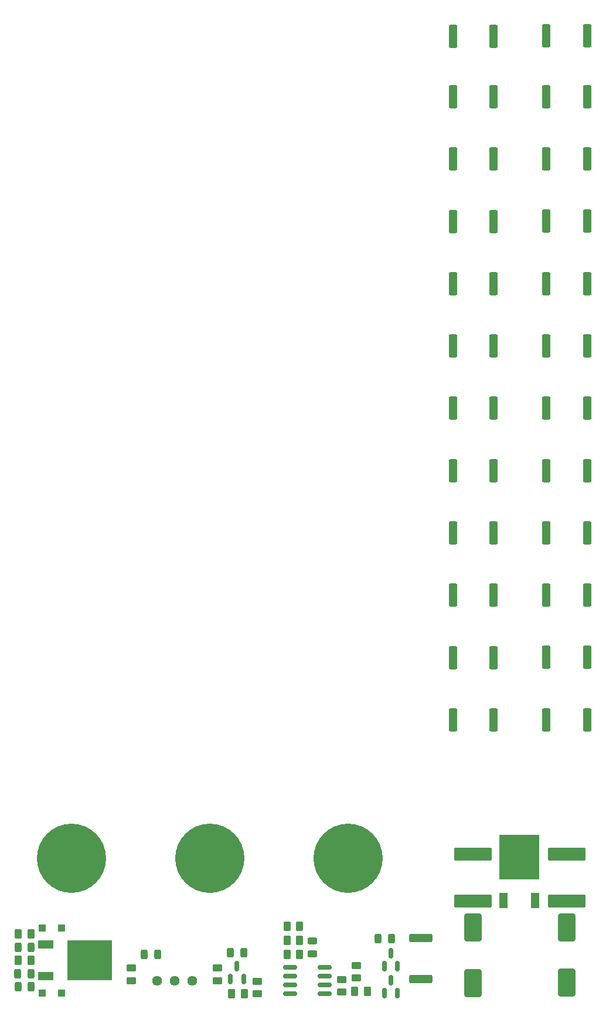
<source format=gbr>
%TF.GenerationSoftware,KiCad,Pcbnew,(6.0.8-1)-1*%
%TF.CreationDate,2022-11-06T16:40:48+01:00*%
%TF.ProjectId,shunt_regulator,7368756e-745f-4726-9567-756c61746f72,rev?*%
%TF.SameCoordinates,Original*%
%TF.FileFunction,Soldermask,Top*%
%TF.FilePolarity,Negative*%
%FSLAX46Y46*%
G04 Gerber Fmt 4.6, Leading zero omitted, Abs format (unit mm)*
G04 Created by KiCad (PCBNEW (6.0.8-1)-1) date 2022-11-06 16:40:48*
%MOMM*%
%LPD*%
G01*
G04 APERTURE LIST*
G04 Aperture macros list*
%AMRoundRect*
0 Rectangle with rounded corners*
0 $1 Rounding radius*
0 $2 $3 $4 $5 $6 $7 $8 $9 X,Y pos of 4 corners*
0 Add a 4 corners polygon primitive as box body*
4,1,4,$2,$3,$4,$5,$6,$7,$8,$9,$2,$3,0*
0 Add four circle primitives for the rounded corners*
1,1,$1+$1,$2,$3*
1,1,$1+$1,$4,$5*
1,1,$1+$1,$6,$7*
1,1,$1+$1,$8,$9*
0 Add four rect primitives between the rounded corners*
20,1,$1+$1,$2,$3,$4,$5,0*
20,1,$1+$1,$4,$5,$6,$7,0*
20,1,$1+$1,$6,$7,$8,$9,0*
20,1,$1+$1,$8,$9,$2,$3,0*%
G04 Aperture macros list end*
%ADD10RoundRect,0.150000X0.150000X-0.587500X0.150000X0.587500X-0.150000X0.587500X-0.150000X-0.587500X0*%
%ADD11RoundRect,0.150000X0.825000X0.150000X-0.825000X0.150000X-0.825000X-0.150000X0.825000X-0.150000X0*%
%ADD12RoundRect,0.250000X-1.000000X1.750000X-1.000000X-1.750000X1.000000X-1.750000X1.000000X1.750000X0*%
%ADD13RoundRect,0.243750X0.243750X0.456250X-0.243750X0.456250X-0.243750X-0.456250X0.243750X-0.456250X0*%
%ADD14R,1.100000X1.100000*%
%ADD15R,1.200000X2.200000*%
%ADD16R,5.800000X6.400000*%
%ADD17RoundRect,0.250000X0.362500X1.425000X-0.362500X1.425000X-0.362500X-1.425000X0.362500X-1.425000X0*%
%ADD18RoundRect,0.250000X-0.362500X-1.425000X0.362500X-1.425000X0.362500X1.425000X-0.362500X1.425000X0*%
%ADD19RoundRect,0.250000X-0.450000X0.262500X-0.450000X-0.262500X0.450000X-0.262500X0.450000X0.262500X0*%
%ADD20RoundRect,0.250000X-0.262500X-0.450000X0.262500X-0.450000X0.262500X0.450000X-0.262500X0.450000X0*%
%ADD21RoundRect,0.250000X0.450000X-0.262500X0.450000X0.262500X-0.450000X0.262500X-0.450000X-0.262500X0*%
%ADD22R,2.200000X1.200000*%
%ADD23R,6.400000X5.800000*%
%ADD24RoundRect,0.250000X1.425000X-0.362500X1.425000X0.362500X-1.425000X0.362500X-1.425000X-0.362500X0*%
%ADD25RoundRect,0.243750X-0.243750X-0.456250X0.243750X-0.456250X0.243750X0.456250X-0.243750X0.456250X0*%
%ADD26C,1.440000*%
%ADD27RoundRect,0.250000X2.475000X-0.712500X2.475000X0.712500X-2.475000X0.712500X-2.475000X-0.712500X0*%
%ADD28C,10.000000*%
%ADD29RoundRect,0.250000X0.262500X0.450000X-0.262500X0.450000X-0.262500X-0.450000X0.262500X-0.450000X0*%
%ADD30RoundRect,0.243750X0.456250X-0.243750X0.456250X0.243750X-0.456250X0.243750X-0.456250X-0.243750X0*%
G04 APERTURE END LIST*
D10*
%TO.C,Q1*%
X2987000Y-17463500D03*
X4887000Y-17463500D03*
X3937000Y-15588500D03*
%TD*%
D11*
%TO.C,U2*%
X16572000Y-19574000D03*
X16572000Y-18304000D03*
X16572000Y-17034000D03*
X16572000Y-15764000D03*
X11622000Y-15764000D03*
X11622000Y-17034000D03*
X11622000Y-18304000D03*
X11622000Y-19574000D03*
%TD*%
D12*
%TO.C,C7*%
X51562000Y-9986000D03*
X51562000Y-17986000D03*
%TD*%
D13*
%TO.C,C6*%
X4874500Y-13605000D03*
X2999500Y-13605000D03*
%TD*%
D14*
%TO.C,D1*%
X-24236000Y-19448000D03*
X-21436000Y-19448000D03*
%TD*%
%TO.C,D2*%
X-21436000Y-10050000D03*
X-24236000Y-10050000D03*
%TD*%
D15*
%TO.C,Q4*%
X42418000Y-6112000D03*
D16*
X44698000Y188000D03*
D15*
X46978000Y-6112000D03*
%TD*%
D17*
%TO.C,R32*%
X41024000Y82986000D03*
X35099000Y82986000D03*
%TD*%
D18*
%TO.C,R13*%
X48599500Y65000000D03*
X54524500Y65000000D03*
%TD*%
D17*
%TO.C,R35*%
X41024000Y109986000D03*
X35099000Y109986000D03*
%TD*%
%TO.C,R19*%
X41024000Y19986000D03*
X35099000Y19986000D03*
%TD*%
D19*
%TO.C,R2*%
X1143000Y-15867500D03*
X1143000Y-17692500D03*
%TD*%
D20*
%TO.C,R3*%
X-27685500Y-10939000D03*
X-25860500Y-10939000D03*
%TD*%
D18*
%TO.C,R15*%
X48599500Y47000000D03*
X54524500Y47000000D03*
%TD*%
D21*
%TO.C,R10*%
X21209000Y-17311500D03*
X21209000Y-15486500D03*
%TD*%
D19*
%TO.C,R6*%
X6858000Y-17772500D03*
X6858000Y-19597500D03*
%TD*%
D22*
%TO.C,U1*%
X-23675000Y-12469000D03*
D23*
X-17375000Y-14749000D03*
D22*
X-23675000Y-17029000D03*
%TD*%
D13*
%TO.C,C4*%
X26210500Y-11591000D03*
X24335500Y-11591000D03*
%TD*%
D18*
%TO.C,R28*%
X48599500Y92000000D03*
X54524500Y92000000D03*
%TD*%
%TO.C,R16*%
X48599500Y38000000D03*
X54524500Y38000000D03*
%TD*%
%TO.C,R29*%
X48599500Y83000000D03*
X54524500Y83000000D03*
%TD*%
D24*
%TO.C,R12*%
X30500000Y-17456500D03*
X30500000Y-11531500D03*
%TD*%
D13*
%TO.C,C1*%
X-25859500Y-16653000D03*
X-27734500Y-16653000D03*
%TD*%
D17*
%TO.C,R33*%
X41024000Y91986000D03*
X35099000Y91986000D03*
%TD*%
%TO.C,R20*%
X41024000Y28986000D03*
X35099000Y28986000D03*
%TD*%
D18*
%TO.C,R27*%
X48599500Y101000000D03*
X54524500Y101000000D03*
%TD*%
D17*
%TO.C,R34*%
X41024000Y100986000D03*
X35099000Y100986000D03*
%TD*%
D13*
%TO.C,C2*%
X-25835500Y-12844000D03*
X-27710500Y-12844000D03*
%TD*%
%TO.C,C3*%
X-25835500Y-18558000D03*
X-27710500Y-18558000D03*
%TD*%
D17*
%TO.C,R22*%
X41024000Y46986000D03*
X35099000Y46986000D03*
%TD*%
D25*
%TO.C,C5*%
X-9446500Y-13859000D03*
X-7571500Y-13859000D03*
%TD*%
D20*
%TO.C,R7*%
X11152500Y-11859000D03*
X12977500Y-11859000D03*
%TD*%
D17*
%TO.C,R36*%
X41024000Y118741000D03*
X35099000Y118741000D03*
%TD*%
%TO.C,R31*%
X41024000Y73986000D03*
X35099000Y73986000D03*
%TD*%
D26*
%TO.C,RV1*%
X-7630000Y-17669000D03*
X-5090000Y-17669000D03*
X-2550000Y-17669000D03*
%TD*%
D19*
%TO.C,R9*%
X19050000Y-17518500D03*
X19050000Y-19343500D03*
%TD*%
D18*
%TO.C,R18*%
X48599500Y20000000D03*
X54524500Y20000000D03*
%TD*%
D27*
%TO.C,F2*%
X38000000Y-6190000D03*
X38000000Y585000D03*
%TD*%
D18*
%TO.C,R26*%
X48599500Y110000000D03*
X54524500Y110000000D03*
%TD*%
D17*
%TO.C,R24*%
X41024000Y64986000D03*
X35099000Y64986000D03*
%TD*%
%TO.C,R23*%
X41024000Y55986000D03*
X35099000Y55986000D03*
%TD*%
D28*
%TO.C,J1*%
X-20000000Y0D03*
X0Y0D03*
X20000000Y0D03*
%TD*%
D18*
%TO.C,R30*%
X48599500Y74000000D03*
X54524500Y74000000D03*
%TD*%
D20*
%TO.C,R8*%
X11152500Y-13859000D03*
X12977500Y-13859000D03*
%TD*%
D18*
%TO.C,R17*%
X48599500Y29000000D03*
X54524500Y29000000D03*
%TD*%
D29*
%TO.C,R4*%
X-25860500Y-14749000D03*
X-27685500Y-14749000D03*
%TD*%
D10*
%TO.C,Q3*%
X25212000Y-19479500D03*
X27112000Y-19479500D03*
X26162000Y-17604500D03*
%TD*%
D18*
%TO.C,R25*%
X48599500Y118755000D03*
X54524500Y118755000D03*
%TD*%
D10*
%TO.C,Q2*%
X25212000Y-15558500D03*
X27112000Y-15558500D03*
X26162000Y-13683500D03*
%TD*%
D18*
%TO.C,R14*%
X48599500Y56000000D03*
X54524500Y56000000D03*
%TD*%
D12*
%TO.C,C8*%
X38000000Y-10000000D03*
X38000000Y-18000000D03*
%TD*%
D29*
%TO.C,R37*%
X12977500Y-9795000D03*
X11152500Y-9795000D03*
%TD*%
D20*
%TO.C,R5*%
X3151500Y-19574000D03*
X4976500Y-19574000D03*
%TD*%
%TO.C,R11*%
X20955000Y-19193000D03*
X22780000Y-19193000D03*
%TD*%
D27*
%TO.C,F1*%
X51562000Y-6176000D03*
X51562000Y599000D03*
%TD*%
D30*
%TO.C,D3*%
X14859000Y-13780500D03*
X14859000Y-11905500D03*
%TD*%
D21*
%TO.C,R1*%
X-11303000Y-17692500D03*
X-11303000Y-15867500D03*
%TD*%
D17*
%TO.C,R21*%
X41024000Y37986000D03*
X35099000Y37986000D03*
%TD*%
M02*

</source>
